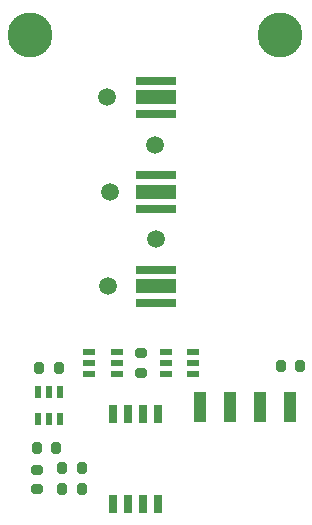
<source format=gbr>
%TF.GenerationSoftware,KiCad,Pcbnew,9.0.2*%
%TF.CreationDate,2025-07-08T20:16:39+08:00*%
%TF.ProjectId,Mothbeam,4d6f7468-6265-4616-9d2e-6b696361645f,rev?*%
%TF.SameCoordinates,Original*%
%TF.FileFunction,Soldermask,Top*%
%TF.FilePolarity,Negative*%
%FSLAX46Y46*%
G04 Gerber Fmt 4.6, Leading zero omitted, Abs format (unit mm)*
G04 Created by KiCad (PCBNEW 9.0.2) date 2025-07-08 20:16:39*
%MOMM*%
%LPD*%
G01*
G04 APERTURE LIST*
G04 Aperture macros list*
%AMRoundRect*
0 Rectangle with rounded corners*
0 $1 Rounding radius*
0 $2 $3 $4 $5 $6 $7 $8 $9 X,Y pos of 4 corners*
0 Add a 4 corners polygon primitive as box body*
4,1,4,$2,$3,$4,$5,$6,$7,$8,$9,$2,$3,0*
0 Add four circle primitives for the rounded corners*
1,1,$1+$1,$2,$3*
1,1,$1+$1,$4,$5*
1,1,$1+$1,$6,$7*
1,1,$1+$1,$8,$9*
0 Add four rect primitives between the rounded corners*
20,1,$1+$1,$2,$3,$4,$5,0*
20,1,$1+$1,$4,$5,$6,$7,0*
20,1,$1+$1,$6,$7,$8,$9,0*
20,1,$1+$1,$8,$9,$2,$3,0*%
G04 Aperture macros list end*
%ADD10C,3.800000*%
%ADD11R,0.760000X1.500000*%
%ADD12RoundRect,0.200000X0.200000X0.275000X-0.200000X0.275000X-0.200000X-0.275000X0.200000X-0.275000X0*%
%ADD13C,1.500000*%
%ADD14R,0.530000X1.070000*%
%ADD15RoundRect,0.200000X0.275000X-0.200000X0.275000X0.200000X-0.275000X0.200000X-0.275000X-0.200000X0*%
%ADD16RoundRect,0.200000X-0.200000X-0.275000X0.200000X-0.275000X0.200000X0.275000X-0.200000X0.275000X0*%
%ADD17R,1.000000X2.540000*%
%ADD18R,3.450000X0.700000*%
%ADD19R,3.450000X1.300000*%
%ADD20R,1.070000X0.530000*%
G04 APERTURE END LIST*
D10*
%TO.C,REF\u002A\u002A*%
X-2900000Y67300000D03*
%TD*%
D11*
%TO.C,SW2*%
X7921776Y35283463D03*
X6651776Y35283463D03*
X5381776Y35283463D03*
X4101776Y35283463D03*
X4101776Y27663463D03*
X5381776Y27663463D03*
X6651776Y27663463D03*
X7921776Y27663463D03*
%TD*%
D12*
%TO.C,R6*%
X1475000Y30700000D03*
X-175000Y30700000D03*
%TD*%
D10*
%TO.C,REF\u002A\u002A*%
X18300000Y67350000D03*
%TD*%
D12*
%TO.C,R9*%
X-465893Y39150000D03*
X-2115893Y39150000D03*
%TD*%
D13*
%TO.C,TP1*%
X7750000Y50050000D03*
%TD*%
%TO.C,TP2*%
X3610000Y62060000D03*
%TD*%
%TO.C,TP5*%
X3740000Y46070000D03*
%TD*%
D14*
%TO.C,U1*%
X-340893Y37150000D03*
X-1290893Y37150000D03*
X-2240893Y37150000D03*
X-2240893Y34850000D03*
X-1290893Y34850000D03*
X-340893Y34850000D03*
%TD*%
D13*
%TO.C,TP3*%
X7724600Y58050000D03*
%TD*%
D15*
%TO.C,R1*%
X6537500Y38725000D03*
X6537500Y40375000D03*
%TD*%
D16*
%TO.C,R4*%
X-2325000Y32350000D03*
X-675000Y32350000D03*
%TD*%
D17*
%TO.C,CN1*%
X11540000Y35877500D03*
X14080000Y35877500D03*
X16620000Y35877500D03*
X19160000Y35877500D03*
%TD*%
D12*
%TO.C,R5*%
X19975000Y39300000D03*
X18325000Y39300000D03*
%TD*%
D18*
%TO.C,D1*%
X7750000Y63450000D03*
X7750000Y60650000D03*
D19*
X7750000Y62050000D03*
%TD*%
D20*
%TO.C,U2*%
X4437500Y38600000D03*
X4437500Y39550000D03*
X4437500Y40500000D03*
X2137500Y40500000D03*
X2137500Y39550000D03*
X2137500Y38600000D03*
%TD*%
D15*
%TO.C,R3*%
X-2300000Y28900000D03*
X-2300000Y30550000D03*
%TD*%
D18*
%TO.C,D2*%
X7750000Y55450000D03*
X7750000Y52650000D03*
D19*
X7750000Y54050000D03*
%TD*%
D13*
%TO.C,TP4*%
X3870000Y54050000D03*
%TD*%
D18*
%TO.C,D3*%
X7750000Y47450000D03*
X7750000Y44650000D03*
D19*
X7750000Y46050000D03*
%TD*%
D16*
%TO.C,R2*%
X-175000Y28900000D03*
X1475000Y28900000D03*
%TD*%
D20*
%TO.C,U3*%
X10937500Y38600000D03*
X10937500Y39550000D03*
X10937500Y40500000D03*
X8637500Y40500000D03*
X8637500Y39550000D03*
X8637500Y38600000D03*
%TD*%
M02*

</source>
